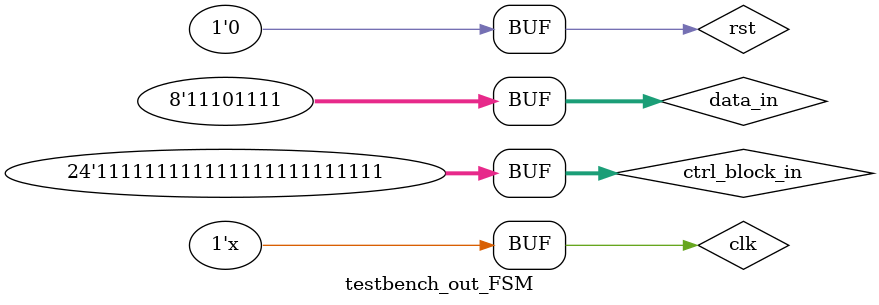
<source format=v>
`timescale 1ns/10ps
`define CLK_PER 20

module testbench_out_FSM;

// Clock and POR
reg clk, rst;

initial begin
	clk = 1'b1;
	rst = 1'b1;
	#(6*`CLK_PER);
	rst = 1'b0;
end

always begin
	clk <= !clk;
	#`CLK_PER;
end

// Input Signals
reg [ 7:0] data_in;
reg [23:0] ctrl_block_in;

// Output signals
//wire 	    wren_ctrl_out;
wire [11:0] frame_seq_out;
wire 	    xmit_done_out;
wire [ 3:0] data_out;

// UUT
out_FSM UUT(
	.clk_phy(clk),
	.reset(rst),
	.data_in(data_in),
	.ctrl_block_in(ctrl_block_in),
	//.wren_ctrl_out(wren_ctrl_out),
	.frame_seq_out(frame_seq_out),
	.xmit_done_out(xmit_done_out),
	.data_out(data_out)
);

initial begin
	data_in = 8'h00;
	ctrl_block_in = 24'hFF_FFFF;
	#(8*`CLK_PER);
	
	data_in = 8'hAB;
	#(2*`CLK_PER);
	data_in = 8'hCD;
	#(2*`CLK_PER);
	data_in = 8'hEF;
	#(2*`CLK_PER);
	
	// Finish
	#(200*`CLK_PER);
	//$stop;
end

endmodule

</source>
